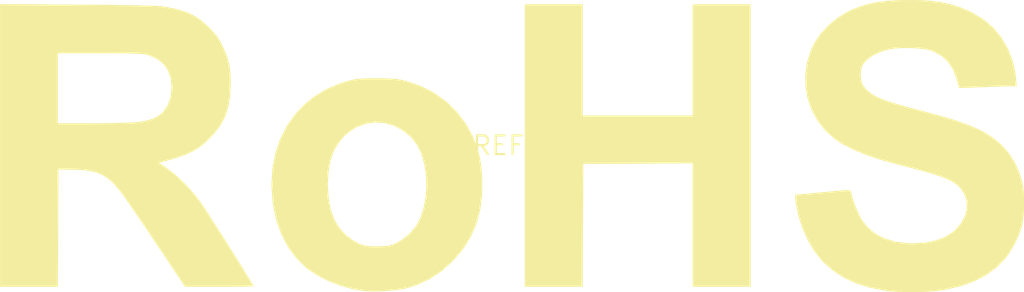
<source format=kicad_pcb>
(kicad_pcb (version 20240108) (generator pcbnew)
  (layers (0 "F.Cu" signal) (31 "B.Cu" signal) (34 "B.Paste" user) (35 "F.Paste" user) (36 "B.SilkS" user "B.Silkscreen") (37 "F.SilkS" user "F.Silkscreen") (38 "B.Mask" user) (39 "F.Mask" user) (44 "Edge.Cuts" user))
  (net 0 "")
  (footprint "RoHS-Logo_20mm_SilkScreen" (layer "F.Cu") (at 0 0)
    (property "Reference" "REF**")
    (property "Value" "RoHS-Logo_20mm_SilkScreen")
    (fp_poly (pts (xy 4.7625 -2.041071) (xy 12.246428 -2.041071) (xy 12.246428 -9.600595) (xy 16.17738 -9.600595) (xy 16.17738 9.600595) (xy 12.246428 9.600595) (xy 12.246428 1.208099) (xy 8.523363 1.22771) (xy 4.800297 1.247321) (xy 4.761219 9.600595) (xy 0.831547 9.600595) (xy 0.831547 -9.600595) (xy 4.7625 -9.600595) (xy 4.7625 -2.041071)) (layer "F.SilkS") (stroke (width 0.01)) (fill solid))
    (fp_poly (pts (xy -9.22262 -4.566203) (xy -8.717891 -4.562731) (xy -8.328944 -4.552849) (xy -8.020397 -4.533133) (xy -7.756871 -4.500162) (xy -7.502985 -4.450511) (xy -7.22336 -4.380759) (xy -7.176741 -4.368279) (xy -6.209563 -4.032498) (xy -5.317695 -3.570071) (xy -4.511085 -2.989288) (xy -3.799681 -2.298442) (xy -3.19343 -1.505822) (xy -2.716879 -0.651075) (xy -2.439895 0.028669) (xy -2.244437 0.726543) (xy -2.120839 1.48532) (xy -2.06381 2.237981) (xy -2.073511 3.350744) (xy -2.205778 4.378971) (xy -2.463419 5.330416) (xy -2.849244 6.21283) (xy -3.366062 7.033965) (xy -4.01668 7.801572) (xy -4.11652 7.903123) (xy -4.854315 8.555001) (xy -5.636295 9.072155) (xy -6.488434 9.469954) (xy -7.119079 9.679513) (xy -7.513317 9.765541) (xy -8.01246 9.834912) (xy -8.570828 9.884463) (xy -9.142738 9.911033) (xy -9.682509 9.911461) (xy -10.108207 9.886373) (xy -10.897156 9.756329) (xy -11.710589 9.529279) (xy -12.508274 9.221421) (xy -13.249984 8.84895) (xy -13.895488 8.428064) (xy -14.067122 8.292491) (xy -14.712672 7.659461) (xy -15.261869 6.916794) (xy -15.708978 6.075872) (xy -16.048269 5.148079) (xy -16.27401 4.144799) (xy -16.320366 3.817559) (xy -16.395561 2.673086) (xy -16.394066 2.645833) (xy -12.565994 2.645833) (xy -12.520235 3.546578) (xy -12.374378 4.337468) (xy -12.125929 5.024114) (xy -11.772394 5.612127) (xy -11.311278 6.107117) (xy -10.88563 6.42565) (xy -10.531643 6.630073) (xy -10.198675 6.762942) (xy -9.839335 6.835751) (xy -9.406236 6.859992) (xy -9.109227 6.856513) (xy -8.720296 6.839067) (xy -8.432262 6.805539) (xy -8.194983 6.746622) (xy -7.958315 6.653009) (xy -7.921016 6.635977) (xy -7.473369 6.369913) (xy -7.03427 6.004065) (xy -6.654615 5.583786) (xy -6.510149 5.378723) (xy -6.255683 4.872757) (xy -6.058509 4.261088) (xy -5.925293 3.580475) (xy -5.862704 2.867679) (xy -5.877409 2.15946) (xy -5.894372 1.983639) (xy -6.017766 1.217638) (xy -6.205304 0.570807) (xy -6.46604 0.02152) (xy -6.809028 -0.451848) (xy -6.997009 -0.650151) (xy -7.533008 -1.075846) (xy -8.122175 -1.371167) (xy -8.744645 -1.536119) (xy -9.380551 -1.570706) (xy -10.01003 -1.474935) (xy -10.613216 -1.248808) (xy -11.170243 -0.892332) (xy -11.441449 -0.649058) (xy -11.855385 -0.156696) (xy -12.168905 0.396192) (xy -12.387877 1.026798) (xy -12.518167 1.752313) (xy -12.565645 2.589933) (xy -12.565994 2.645833) (xy -16.394066 2.645833) (xy -16.335687 1.582237) (xy -16.142501 0.550437) (xy -15.817762 -0.41689) (xy -15.363228 -1.314319) (xy -14.780656 -2.136424) (xy -14.184524 -2.773442) (xy -13.461036 -3.357868) (xy -12.634244 -3.847032) (xy -11.727641 -4.228017) (xy -11.294929 -4.362101) (xy -11.006228 -4.438772) (xy -10.757525 -4.493791) (xy -10.513723 -4.530616) (xy -10.239727 -4.552703) (xy -9.900439 -4.563508) (xy -9.460764 -4.566489) (xy -9.22262 -4.566203)) (layer "F.SilkS") (stroke (width 0.01)) (fill solid))
    (fp_poly (pts (xy -29.53884 -9.576513) (xy -28.351348 -9.567451) (xy -27.290444 -9.556734) (xy -26.359516 -9.544434) (xy -25.561947 -9.53062) (xy -24.901123 -9.515363) (xy -24.38043 -9.498732) (xy -24.003252 -9.480798) (xy -23.772975 -9.461631) (xy -23.736905 -9.456337) (xy -23.035231 -9.319253) (xy -22.454688 -9.166878) (xy -21.965222 -8.985456) (xy -21.536783 -8.761228) (xy -21.139317 -8.480439) (xy -20.742773 -8.129332) (xy -20.658668 -8.047224) (xy -20.340363 -7.718315) (xy -20.105308 -7.43539) (xy -19.918167 -7.150645) (xy -19.743601 -6.816278) (xy -19.734217 -6.796661) (xy -19.503765 -6.277518) (xy -19.342902 -5.814604) (xy -19.240743 -5.357839) (xy -19.186403 -4.857147) (xy -19.169 -4.262449) (xy -19.168872 -4.195536) (xy -19.208533 -3.349022) (xy -19.333797 -2.608572) (xy -19.554083 -1.949653) (xy -19.878811 -1.347736) (xy -20.317401 -0.778289) (xy -20.592628 -0.487825) (xy -20.961921 -0.144806) (xy -21.331682 0.14154) (xy -21.728596 0.384469) (xy -22.179351 0.597234) (xy -22.710634 0.793093) (xy -23.34913 0.985299) (xy -23.801906 1.106219) (xy -24.055895 1.171726) (xy -23.499525 1.548604) (xy -22.933517 1.983345) (xy -22.35 2.524786) (xy -21.783619 3.137715) (xy -21.269015 3.786919) (xy -21.192846 3.893155) (xy -21.062872 4.083829) (xy -20.874126 4.369817) (xy -20.636589 4.735298) (xy -20.360244 5.164455) (xy -20.055071 5.641469) (xy -19.731053 6.150522) (xy -19.398172 6.675794) (xy -19.06641 7.201468) (xy -18.745749 7.711725) (xy -18.44617 8.190746) (xy -18.177656 8.622713) (xy -17.950189 8.991808) (xy -17.77375 9.282211) (xy -17.658321 9.478104) (xy -17.613885 9.563669) (xy -17.613691 9.565102) (xy -17.686248 9.573879) (xy -17.891765 9.581865) (xy -18.212015 9.588785) (xy -18.628769 9.59436) (xy -19.123798 9.598313) (xy -19.678874 9.600365) (xy -19.943959 9.600595) (xy -22.274226 9.600595) (xy -24.205276 6.709077) (xy -24.621616 6.088076) (xy -25.031053 5.481912) (xy -25.422092 4.907288) (xy -25.783239 4.380905) (xy -26.103001 3.919467) (xy -26.369883 3.539674) (xy -26.572392 3.258229) (xy -26.665194 3.134474) (xy -27.06576 2.656849) (xy -27.455354 2.288388) (xy -27.861899 2.016283) (xy -28.313319 1.827723) (xy -28.837536 1.709898) (xy -29.462473 1.649999) (xy -29.931317 1.63611) (xy -30.880655 1.625298) (xy -30.900222 5.612946) (xy -30.91979 9.600595) (xy -34.849405 9.600595) (xy -34.849405 -6.274405) (xy -30.918453 -6.274405) (xy -30.918453 -1.511905) (xy -28.556102 -1.512525) (xy -27.936059 -1.515158) (xy -27.332272 -1.522302) (xy -26.770247 -1.533313) (xy -26.275489 -1.547548) (xy -25.873504 -1.564362) (xy -25.589797 -1.583113) (xy -25.533243 -1.588826) (xy -24.937932 -1.683279) (xy -24.465287 -1.820998) (xy -24.090465 -2.012077) (xy -23.788626 -2.266611) (xy -23.743436 -2.316178) (xy -23.433871 -2.774548) (xy -23.249374 -3.307892) (xy -23.186931 -3.925161) (xy -23.187027 -3.96875) (xy -23.2515 -4.58644) (xy -23.43447 -5.110268) (xy -23.736294 -5.540717) (xy -24.15733 -5.878273) (xy -24.697935 -6.123421) (xy -24.797362 -6.154639) (xy -24.926032 -6.18647) (xy -25.086719 -6.212318) (xy -25.295155 -6.232761) (xy -25.567076 -6.248377) (xy -25.918215 -6.259744) (xy -26.364304 -6.267438) (xy -26.921079 -6.272038) (xy -27.604272 -6.274122) (xy -28.059554 -6.274405) (xy -30.918453 -6.274405) (xy -34.849405 -6.274405) (xy -34.849405 -9.611413) (xy -29.53884 -9.576513)) (layer "F.SilkS") (stroke (width 0.01)) (fill solid))
    (fp_poly (pts (xy 28.288775 -9.850042) (xy 29.053187 -9.758342) (xy 29.753316 -9.61021) (xy 30.416113 -9.400962) (xy 31.068525 -9.125913) (xy 31.212354 -9.056591) (xy 31.991027 -8.595622) (xy 32.657916 -8.033489) (xy 33.214439 -7.368548) (xy 33.662018 -6.599152) (xy 33.951091 -5.882124) (xy 34.073328 -5.455483) (xy 34.168983 -5.00468) (xy 34.21889 -4.631099) (xy 34.264137 -4.044345) (xy 34.046503 -4.040246) (xy 33.909743 -4.036443) (xy 33.646636 -4.028048) (xy 33.281931 -4.015892) (xy 32.840375 -4.000805) (xy 32.346714 -3.983619) (xy 32.090178 -3.974573) (xy 30.351488 -3.912998) (xy 30.21394 -4.447554) (xy 29.981959 -5.090016) (xy 29.645804 -5.626737) (xy 29.209568 -6.053179) (xy 28.677347 -6.364803) (xy 28.386011 -6.473197) (xy 28.036075 -6.550015) (xy 27.582881 -6.603149) (xy 27.072691 -6.631346) (xy 26.551765 -6.633352) (xy 26.066364 -6.607915) (xy 25.662748 -6.553781) (xy 25.633419 -6.547758) (xy 25.046116 -6.378856) (xy 24.534437 -6.143796) (xy 24.12085 -5.856067) (xy 23.827822 -5.529158) (xy 23.767953 -5.427712) (xy 23.691513 -5.173251) (xy 23.665103 -4.841805) (xy 23.688967 -4.499147) (xy 23.763348 -4.211049) (xy 23.763442 -4.210826) (xy 23.883225 -4.012977) (xy 24.067875 -3.795578) (xy 24.158023 -3.709614) (xy 24.356246 -3.552559) (xy 24.587381 -3.405703) (xy 24.866312 -3.263664) (xy 25.207924 -3.12106) (xy 25.627101 -2.972507) (xy 26.138726 -2.812624) (xy 26.757684 -2.636028) (xy 27.498859 -2.437336) (xy 28.121428 -2.276323) (xy 29.16758 -1.995677) (xy 30.077263 -1.721389) (xy 30.864593 -1.446341) (xy 31.54369 -1.16341) (xy 32.128671 -0.865475) (xy 32.633656 -0.545416) (xy 33.072761 -0.196111) (xy 33.460105 0.189561) (xy 33.778823 0.577222) (xy 34.141692 1.15156) (xy 34.441733 1.809326) (xy 34.651326 2.486912) (xy 34.691352 2.678616) (xy 34.750176 3.150364) (xy 34.77516 3.702286) (xy 34.767544 4.282243) (xy 34.728566 4.838098) (xy 34.659463 5.317715) (xy 34.625001 5.471338) (xy 34.410263 6.109072) (xy 34.097036 6.767379) (xy 33.715445 7.387357) (xy 33.494345 7.682045) (xy 32.910231 8.284694) (xy 32.207106 8.800554) (xy 31.391981 9.22636) (xy 30.471871 9.558846) (xy 29.453789 9.794747) (xy 28.742124 9.894816) (xy 28.154774 9.941092) (xy 27.500074 9.964353) (xy 26.825375 9.965013) (xy 26.17803 9.943486) (xy 25.605389 9.900184) (xy 25.324404 9.864993) (xy 24.291137 9.662466) (xy 23.37627 9.381504) (xy 22.564872 9.014953) (xy 21.842014 8.555661) (xy 21.192763 7.996475) (xy 20.993468 7.790261) (xy 20.505263 7.171753) (xy 20.071899 6.442483) (xy 19.708764 5.637641) (xy 19.43125 4.792417) (xy 19.254744 3.942002) (xy 19.231356 3.760863) (xy 19.206971 3.517004) (xy 19.212521 3.387204) (xy 19.258756 3.335552) (xy 19.356428 3.326139) (xy 19.361515 3.326133) (xy 19.489459 3.319007) (xy 19.742097 3.299154) (xy 20.093676 3.268813) (xy 20.518443 3.23022) (xy 20.990644 3.185611) (xy 21.091071 3.175916) (xy 21.670988 3.119597) (xy 22.11808 3.077378) (xy 22.450102 3.049775) (xy 22.684809 3.037299) (xy 22.839953 3.040462) (xy 22.933289 3.059779) (xy 22.982572 3.095761) (xy 23.005555 3.148922) (xy 23.019993 3.219773) (xy 23.022463 3.231696) (xy 23.126342 3.615839) (xy 23.279445 4.058771) (xy 23.45832 4.500048) (xy 23.639514 4.879231) (xy 23.710811 5.005673) (xy 24.122939 5.546394) (xy 24.641389 5.981582) (xy 25.262623 6.309577) (xy 25.983105 6.528719) (xy 26.799297 6.637349) (xy 27.214285 6.649756) (xy 28.057272 6.60103) (xy 28.791094 6.453297) (xy 29.422831 6.20422) (xy 29.959563 5.851466) (xy 30.147696 5.682324) (xy 30.522988 5.230774) (xy 30.768865 4.748441) (xy 30.883386 4.25362) (xy 30.864609 3.764602) (xy 30.710593 3.299681) (xy 30.442632 2.903083) (xy 30.274059 2.731218) (xy 30.077397 2.573741) (xy 29.838765 2.425398) (xy 29.544281 2.280933) (xy 29.180064 2.135091) (xy 28.73223 1.982617) (xy 28.186899 1.818256) (xy 27.530189 1.636753) (xy 26.748218 1.432853) (xy 26.178892 1.288998) (xy 25.004913 0.965297) (xy 23.973684 0.618031) (xy 23.087053 0.247953) (xy 22.346863 -0.144184) (xy 21.860624 -0.473858) (xy 21.231929 -1.047636) (xy 20.719281 -1.705382) (xy 20.326112 -2.43018) (xy 20.055856 -3.205116) (xy 19.911948 -4.013275) (xy 19.897822 -4.837743) (xy 20.016911 -5.661606) (xy 20.272648 -6.467947) (xy 20.533569 -7.010668) (xy 20.949616 -7.623078) (xy 21.485097 -8.194989) (xy 22.108864 -8.699452) (xy 22.789769 -9.109517) (xy 23.14907 -9.27365) (xy 23.704515 -9.481271) (xy 24.239673 -9.637727) (xy 24.792837 -9.750066) (xy 25.402297 -9.825334) (xy 26.106345 -9.87058) (xy 26.459306 -9.882887) (xy 27.433131 -9.889995) (xy 28.288775 -9.850042)) (layer "F.SilkS") (stroke (width 0.01)) (fill solid))
  )
)
</source>
